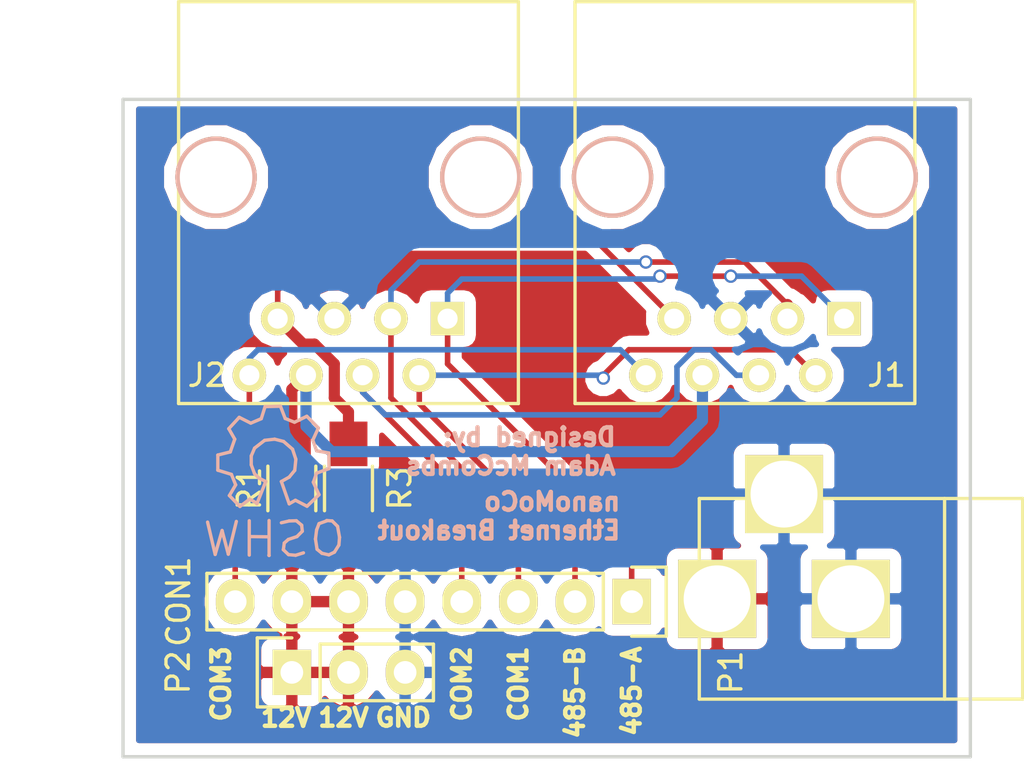
<source format=kicad_pcb>
(kicad_pcb (version 4) (host pcbnew 4.0.1-stable)

  (general
    (links 25)
    (no_connects 0)
    (area 107.924999 106.924999 146.075001 136.575001)
    (thickness 1.6)
    (drawings 14)
    (tracks 70)
    (zones 0)
    (modules 8)
    (nets 10)
  )

  (page A4)
  (layers
    (0 F.Cu signal)
    (31 B.Cu signal)
    (32 B.Adhes user)
    (33 F.Adhes user)
    (34 B.Paste user)
    (35 F.Paste user)
    (36 B.SilkS user)
    (37 F.SilkS user)
    (38 B.Mask user)
    (39 F.Mask user)
    (40 Dwgs.User user)
    (41 Cmts.User user)
    (42 Eco1.User user)
    (43 Eco2.User user)
    (44 Edge.Cuts user)
    (45 Margin user)
    (46 B.CrtYd user)
    (47 F.CrtYd user)
    (48 B.Fab user)
    (49 F.Fab user)
  )

  (setup
    (last_trace_width 0.25)
    (user_trace_width 0.5)
    (trace_clearance 0.2)
    (zone_clearance 0.508)
    (zone_45_only no)
    (trace_min 0.2)
    (segment_width 0.2)
    (edge_width 0.15)
    (via_size 0.6)
    (via_drill 0.4)
    (via_min_size 0.4)
    (via_min_drill 0.3)
    (uvia_size 0.3)
    (uvia_drill 0.1)
    (uvias_allowed no)
    (uvia_min_size 0.2)
    (uvia_min_drill 0.1)
    (pcb_text_width 0.3)
    (pcb_text_size 1.5 1.5)
    (mod_edge_width 0.15)
    (mod_text_size 1 1)
    (mod_text_width 0.15)
    (pad_size 3.50012 3.50012)
    (pad_drill 1.00076)
    (pad_to_mask_clearance 0.2)
    (aux_axis_origin 0 0)
    (visible_elements FFFFFF7F)
    (pcbplotparams
      (layerselection 0x00030_80000001)
      (usegerberextensions false)
      (excludeedgelayer true)
      (linewidth 0.100000)
      (plotframeref false)
      (viasonmask false)
      (mode 1)
      (useauxorigin false)
      (hpglpennumber 1)
      (hpglpenspeed 20)
      (hpglpendiameter 15)
      (hpglpenoverlay 2)
      (psnegative false)
      (psa4output false)
      (plotreference true)
      (plotvalue true)
      (plotinvisibletext false)
      (padsonsilk false)
      (subtractmaskfromsilk false)
      (outputformat 1)
      (mirror false)
      (drillshape 1)
      (scaleselection 1)
      (outputdirectory ""))
  )

  (net 0 "")
  (net 1 +12V)
  (net 2 GND)
  (net 3 "Net-(J1-Pad1)")
  (net 4 "Net-(J1-Pad2)")
  (net 5 "Net-(J1-Pad3)")
  (net 6 "Net-(J1-Pad4)")
  (net 7 "Net-(J1-Pad6)")
  (net 8 "Net-(J1-Pad7)")
  (net 9 "Net-(J1-Pad8)")

  (net_class Default "This is the default net class."
    (clearance 0.2)
    (trace_width 0.25)
    (via_dia 0.6)
    (via_drill 0.4)
    (uvia_dia 0.3)
    (uvia_drill 0.1)
    (add_net +12V)
    (add_net GND)
    (add_net "Net-(J1-Pad1)")
    (add_net "Net-(J1-Pad2)")
    (add_net "Net-(J1-Pad3)")
    (add_net "Net-(J1-Pad4)")
    (add_net "Net-(J1-Pad6)")
    (add_net "Net-(J1-Pad7)")
    (add_net "Net-(J1-Pad8)")
  )

  (net_class 12v ""
    (clearance 0.2)
    (trace_width 0.5)
    (via_dia 0.6)
    (via_drill 0.4)
    (uvia_dia 0.3)
    (uvia_drill 0.1)
  )

  (module Connect:RJ45_8 (layer F.Cu) (tedit 5792AD93) (tstamp 5792A1E7)
    (at 135.89 110.49 180)
    (tags RJ45)
    (path /5792B9A6)
    (fp_text reference J1 (at -6.35 -8.89 180) (layer F.SilkS)
      (effects (font (size 1 1) (thickness 0.15)))
    )
    (fp_text value RJ45 (at 0.14224 -0.1016 180) (layer F.Fab)
      (effects (font (size 1 1) (thickness 0.15)))
    )
    (fp_line (start -7.62 7.874) (end 7.62 7.874) (layer F.SilkS) (width 0.15))
    (fp_line (start 7.62 7.874) (end 7.62 -10.16) (layer F.SilkS) (width 0.15))
    (fp_line (start 7.62 -10.16) (end -7.62 -10.16) (layer F.SilkS) (width 0.15))
    (fp_line (start -7.62 -10.16) (end -7.62 7.874) (layer F.SilkS) (width 0.15))
    (pad Hole np_thru_hole circle (at 5.93852 0 180) (size 3.64998 3.64998) (drill 3.2512) (layers *.Cu *.SilkS *.Mask))
    (pad Hole np_thru_hole circle (at -5.9309 0 180) (size 3.64998 3.64998) (drill 3.2512) (layers *.Cu *.SilkS *.Mask))
    (pad 1 thru_hole rect (at -4.445 -6.35 180) (size 1.50114 1.50114) (drill 0.89916) (layers *.Cu *.Mask F.SilkS)
      (net 3 "Net-(J1-Pad1)"))
    (pad 2 thru_hole circle (at -3.175 -8.89 180) (size 1.50114 1.50114) (drill 0.89916) (layers *.Cu *.Mask F.SilkS)
      (net 4 "Net-(J1-Pad2)"))
    (pad 3 thru_hole circle (at -1.905 -6.35 180) (size 1.50114 1.50114) (drill 0.89916) (layers *.Cu *.Mask F.SilkS)
      (net 5 "Net-(J1-Pad3)"))
    (pad 4 thru_hole circle (at -0.635 -8.89 180) (size 1.50114 1.50114) (drill 0.89916) (layers *.Cu *.Mask F.SilkS)
      (net 6 "Net-(J1-Pad4)"))
    (pad 5 thru_hole circle (at 0.635 -6.35 180) (size 1.50114 1.50114) (drill 0.89916) (layers *.Cu *.Mask F.SilkS)
      (net 2 GND))
    (pad 6 thru_hole circle (at 1.905 -8.89 180) (size 1.50114 1.50114) (drill 0.89916) (layers *.Cu *.Mask F.SilkS)
      (net 7 "Net-(J1-Pad6)"))
    (pad 7 thru_hole circle (at 3.175 -6.35 180) (size 1.50114 1.50114) (drill 0.89916) (layers *.Cu *.Mask F.SilkS)
      (net 8 "Net-(J1-Pad7)"))
    (pad 8 thru_hole circle (at 4.445 -8.89 180) (size 1.50114 1.50114) (drill 0.89916) (layers *.Cu *.Mask F.SilkS)
      (net 9 "Net-(J1-Pad8)"))
    (model Connect.3dshapes/RJ45_8.wrl
      (at (xyz 0 0 0))
      (scale (xyz 0.4 0.4 0.4))
      (rotate (xyz 0 0 0))
    )
  )

  (module Connect:RJ45_8 (layer F.Cu) (tedit 5792AD89) (tstamp 5792A1F5)
    (at 118.11 110.49 180)
    (tags RJ45)
    (path /5792BA86)
    (fp_text reference J2 (at 6.35 -8.89 180) (layer F.SilkS)
      (effects (font (size 1 1) (thickness 0.15)))
    )
    (fp_text value RJ45 (at 0.14224 -0.1016 180) (layer F.Fab)
      (effects (font (size 1 1) (thickness 0.15)))
    )
    (fp_line (start -7.62 7.874) (end 7.62 7.874) (layer F.SilkS) (width 0.15))
    (fp_line (start 7.62 7.874) (end 7.62 -10.16) (layer F.SilkS) (width 0.15))
    (fp_line (start 7.62 -10.16) (end -7.62 -10.16) (layer F.SilkS) (width 0.15))
    (fp_line (start -7.62 -10.16) (end -7.62 7.874) (layer F.SilkS) (width 0.15))
    (pad Hole np_thru_hole circle (at 5.93852 0 180) (size 3.64998 3.64998) (drill 3.2512) (layers *.Cu *.SilkS *.Mask))
    (pad Hole np_thru_hole circle (at -5.9309 0 180) (size 3.64998 3.64998) (drill 3.2512) (layers *.Cu *.SilkS *.Mask))
    (pad 1 thru_hole rect (at -4.445 -6.35 180) (size 1.50114 1.50114) (drill 0.89916) (layers *.Cu *.Mask F.SilkS)
      (net 3 "Net-(J1-Pad1)"))
    (pad 2 thru_hole circle (at -3.175 -8.89 180) (size 1.50114 1.50114) (drill 0.89916) (layers *.Cu *.Mask F.SilkS)
      (net 4 "Net-(J1-Pad2)"))
    (pad 3 thru_hole circle (at -1.905 -6.35 180) (size 1.50114 1.50114) (drill 0.89916) (layers *.Cu *.Mask F.SilkS)
      (net 5 "Net-(J1-Pad3)"))
    (pad 4 thru_hole circle (at -0.635 -8.89 180) (size 1.50114 1.50114) (drill 0.89916) (layers *.Cu *.Mask F.SilkS)
      (net 6 "Net-(J1-Pad4)"))
    (pad 5 thru_hole circle (at 0.635 -6.35 180) (size 1.50114 1.50114) (drill 0.89916) (layers *.Cu *.Mask F.SilkS)
      (net 2 GND))
    (pad 6 thru_hole circle (at 1.905 -8.89 180) (size 1.50114 1.50114) (drill 0.89916) (layers *.Cu *.Mask F.SilkS)
      (net 7 "Net-(J1-Pad6)"))
    (pad 7 thru_hole circle (at 3.175 -6.35 180) (size 1.50114 1.50114) (drill 0.89916) (layers *.Cu *.Mask F.SilkS)
      (net 8 "Net-(J1-Pad7)"))
    (pad 8 thru_hole circle (at 4.445 -8.89 180) (size 1.50114 1.50114) (drill 0.89916) (layers *.Cu *.Mask F.SilkS)
      (net 9 "Net-(J1-Pad8)"))
    (model Connect.3dshapes/RJ45_8.wrl
      (at (xyz 0 0 0))
      (scale (xyz 0.4 0.4 0.4))
      (rotate (xyz 0 0 0))
    )
  )

  (module Pin_Headers:Pin_Header_Straight_1x08 (layer F.Cu) (tedit 5792ADB0) (tstamp 5792A201)
    (at 130.81 129.54 270)
    (descr "Through hole pin header")
    (tags "pin header")
    (path /5792992C)
    (fp_text reference P1 (at 3.175 -4.445 270) (layer F.SilkS)
      (effects (font (size 1 1) (thickness 0.15)))
    )
    (fp_text value CONN_01X08 (at 0 -3.1 270) (layer F.Fab)
      (effects (font (size 1 1) (thickness 0.15)))
    )
    (fp_line (start -1.75 -1.75) (end -1.75 19.55) (layer F.CrtYd) (width 0.05))
    (fp_line (start 1.75 -1.75) (end 1.75 19.55) (layer F.CrtYd) (width 0.05))
    (fp_line (start -1.75 -1.75) (end 1.75 -1.75) (layer F.CrtYd) (width 0.05))
    (fp_line (start -1.75 19.55) (end 1.75 19.55) (layer F.CrtYd) (width 0.05))
    (fp_line (start 1.27 1.27) (end 1.27 19.05) (layer F.SilkS) (width 0.15))
    (fp_line (start 1.27 19.05) (end -1.27 19.05) (layer F.SilkS) (width 0.15))
    (fp_line (start -1.27 19.05) (end -1.27 1.27) (layer F.SilkS) (width 0.15))
    (fp_line (start 1.55 -1.55) (end 1.55 0) (layer F.SilkS) (width 0.15))
    (fp_line (start 1.27 1.27) (end -1.27 1.27) (layer F.SilkS) (width 0.15))
    (fp_line (start -1.55 0) (end -1.55 -1.55) (layer F.SilkS) (width 0.15))
    (fp_line (start -1.55 -1.55) (end 1.55 -1.55) (layer F.SilkS) (width 0.15))
    (pad 1 thru_hole rect (at 0 0 270) (size 2.032 1.7272) (drill 1.016) (layers *.Cu *.Mask F.SilkS)
      (net 3 "Net-(J1-Pad1)"))
    (pad 2 thru_hole oval (at 0 2.54 270) (size 2.032 1.7272) (drill 1.016) (layers *.Cu *.Mask F.SilkS)
      (net 4 "Net-(J1-Pad2)"))
    (pad 3 thru_hole oval (at 0 5.08 270) (size 2.032 1.7272) (drill 1.016) (layers *.Cu *.Mask F.SilkS)
      (net 5 "Net-(J1-Pad3)"))
    (pad 4 thru_hole oval (at 0 7.62 270) (size 2.032 1.7272) (drill 1.016) (layers *.Cu *.Mask F.SilkS)
      (net 6 "Net-(J1-Pad4)"))
    (pad 5 thru_hole oval (at 0 10.16 270) (size 2.032 1.7272) (drill 1.016) (layers *.Cu *.Mask F.SilkS)
      (net 2 GND))
    (pad 6 thru_hole oval (at 0 12.7 270) (size 2.032 1.7272) (drill 1.016) (layers *.Cu *.Mask F.SilkS)
      (net 1 +12V))
    (pad 7 thru_hole oval (at 0 15.24 270) (size 2.032 1.7272) (drill 1.016) (layers *.Cu *.Mask F.SilkS)
      (net 1 +12V))
    (pad 8 thru_hole oval (at 0 17.78 270) (size 2.032 1.7272) (drill 1.016) (layers *.Cu *.Mask F.SilkS)
      (net 9 "Net-(J1-Pad8)"))
    (model Pin_Headers.3dshapes/Pin_Header_Straight_1x08.wrl
      (at (xyz 0 -0.35 0))
      (scale (xyz 1 1 1))
      (rotate (xyz 0 0 90))
    )
  )

  (module Resistors_SMD:R_1206_HandSoldering (layer F.Cu) (tedit 5792ADA4) (tstamp 5792A20D)
    (at 115.57 124.46 270)
    (descr "Resistor SMD 1206, hand soldering")
    (tags "resistor 1206")
    (path /5792B0A4)
    (attr smd)
    (fp_text reference R1 (at 0 1.905 270) (layer F.SilkS)
      (effects (font (size 1 1) (thickness 0.15)))
    )
    (fp_text value 0 (at 0 2.3 270) (layer F.Fab)
      (effects (font (size 1 1) (thickness 0.15)))
    )
    (fp_line (start -3.3 -1.2) (end 3.3 -1.2) (layer F.CrtYd) (width 0.05))
    (fp_line (start -3.3 1.2) (end 3.3 1.2) (layer F.CrtYd) (width 0.05))
    (fp_line (start -3.3 -1.2) (end -3.3 1.2) (layer F.CrtYd) (width 0.05))
    (fp_line (start 3.3 -1.2) (end 3.3 1.2) (layer F.CrtYd) (width 0.05))
    (fp_line (start 1 1.075) (end -1 1.075) (layer F.SilkS) (width 0.15))
    (fp_line (start -1 -1.075) (end 1 -1.075) (layer F.SilkS) (width 0.15))
    (pad 1 smd rect (at -2 0 270) (size 2 1.7) (layers F.Cu F.Paste F.Mask)
      (net 7 "Net-(J1-Pad6)"))
    (pad 2 smd rect (at 2 0 270) (size 2 1.7) (layers F.Cu F.Paste F.Mask)
      (net 1 +12V))
    (model Resistors_SMD.3dshapes/R_1206_HandSoldering.wrl
      (at (xyz 0 0 0))
      (scale (xyz 1 1 1))
      (rotate (xyz 0 0 0))
    )
  )

  (module Resistors_SMD:R_1206_HandSoldering (layer F.Cu) (tedit 5418A20D) (tstamp 5792A213)
    (at 118.11 124.46 270)
    (descr "Resistor SMD 1206, hand soldering")
    (tags "resistor 1206")
    (path /5792B105)
    (attr smd)
    (fp_text reference R3 (at 0 -2.3 270) (layer F.SilkS)
      (effects (font (size 1 1) (thickness 0.15)))
    )
    (fp_text value 0 (at 0 2.3 270) (layer F.Fab)
      (effects (font (size 1 1) (thickness 0.15)))
    )
    (fp_line (start -3.3 -1.2) (end 3.3 -1.2) (layer F.CrtYd) (width 0.05))
    (fp_line (start -3.3 1.2) (end 3.3 1.2) (layer F.CrtYd) (width 0.05))
    (fp_line (start -3.3 -1.2) (end -3.3 1.2) (layer F.CrtYd) (width 0.05))
    (fp_line (start 3.3 -1.2) (end 3.3 1.2) (layer F.CrtYd) (width 0.05))
    (fp_line (start 1 1.075) (end -1 1.075) (layer F.SilkS) (width 0.15))
    (fp_line (start -1 -1.075) (end 1 -1.075) (layer F.SilkS) (width 0.15))
    (pad 1 smd rect (at -2 0 270) (size 2 1.7) (layers F.Cu F.Paste F.Mask)
      (net 8 "Net-(J1-Pad7)"))
    (pad 2 smd rect (at 2 0 270) (size 2 1.7) (layers F.Cu F.Paste F.Mask)
      (net 1 +12V))
    (model Resistors_SMD.3dshapes/R_1206_HandSoldering.wrl
      (at (xyz 0 0 0))
      (scale (xyz 1 1 1))
      (rotate (xyz 0 0 0))
    )
  )

  (module Pin_Headers:Pin_Header_Straight_1x03 (layer F.Cu) (tedit 0) (tstamp 5792A619)
    (at 115.57 132.715 90)
    (descr "Through hole pin header")
    (tags "pin header")
    (path /5792CD46)
    (fp_text reference P2 (at 0 -5.1 90) (layer F.SilkS)
      (effects (font (size 1 1) (thickness 0.15)))
    )
    (fp_text value CONN_01X03 (at 0 -3.1 90) (layer F.Fab)
      (effects (font (size 1 1) (thickness 0.15)))
    )
    (fp_line (start -1.75 -1.75) (end -1.75 6.85) (layer F.CrtYd) (width 0.05))
    (fp_line (start 1.75 -1.75) (end 1.75 6.85) (layer F.CrtYd) (width 0.05))
    (fp_line (start -1.75 -1.75) (end 1.75 -1.75) (layer F.CrtYd) (width 0.05))
    (fp_line (start -1.75 6.85) (end 1.75 6.85) (layer F.CrtYd) (width 0.05))
    (fp_line (start -1.27 1.27) (end -1.27 6.35) (layer F.SilkS) (width 0.15))
    (fp_line (start -1.27 6.35) (end 1.27 6.35) (layer F.SilkS) (width 0.15))
    (fp_line (start 1.27 6.35) (end 1.27 1.27) (layer F.SilkS) (width 0.15))
    (fp_line (start 1.55 -1.55) (end 1.55 0) (layer F.SilkS) (width 0.15))
    (fp_line (start 1.27 1.27) (end -1.27 1.27) (layer F.SilkS) (width 0.15))
    (fp_line (start -1.55 0) (end -1.55 -1.55) (layer F.SilkS) (width 0.15))
    (fp_line (start -1.55 -1.55) (end 1.55 -1.55) (layer F.SilkS) (width 0.15))
    (pad 1 thru_hole rect (at 0 0 90) (size 2.032 1.7272) (drill 1.016) (layers *.Cu *.Mask F.SilkS)
      (net 1 +12V))
    (pad 2 thru_hole oval (at 0 2.54 90) (size 2.032 1.7272) (drill 1.016) (layers *.Cu *.Mask F.SilkS)
      (net 1 +12V))
    (pad 3 thru_hole oval (at 0 5.08 90) (size 2.032 1.7272) (drill 1.016) (layers *.Cu *.Mask F.SilkS)
      (net 2 GND))
    (model Pin_Headers.3dshapes/Pin_Header_Straight_1x03.wrl
      (at (xyz 0 -0.1 0))
      (scale (xyz 1 1 1))
      (rotate (xyz 0 0 90))
    )
  )

  (module Keyboard:BARREL_JACK (layer F.Cu) (tedit 5792B0BF) (tstamp 5792B1EB)
    (at 140.843 129.413 180)
    (descr "DC Barrel Jack")
    (tags "Power Jack")
    (path /5792A738)
    (fp_text reference CON1 (at 30.353 -0.127 270) (layer F.SilkS)
      (effects (font (size 1 1) (thickness 0.15)))
    )
    (fp_text value BARREL_JACK (at 0 -5.99948 180) (layer F.Fab)
      (effects (font (size 1 1) (thickness 0.15)))
    )
    (fp_line (start -4.0005 -4.50088) (end -4.0005 4.50088) (layer F.SilkS) (width 0.15))
    (fp_line (start -7.50062 -4.50088) (end -7.50062 4.50088) (layer F.SilkS) (width 0.15))
    (fp_line (start -7.50062 4.50088) (end 7.00024 4.50088) (layer F.SilkS) (width 0.15))
    (fp_line (start 7.00024 4.50088) (end 7.00024 -4.50088) (layer F.SilkS) (width 0.15))
    (fp_line (start 7.00024 -4.50088) (end -7.50062 -4.50088) (layer F.SilkS) (width 0.15))
    (pad 1 thru_hole rect (at 6.20014 0 180) (size 3.50012 3.50012) (drill 3) (layers *.Cu *.Mask F.SilkS)
      (net 1 +12V))
    (pad 2 thru_hole rect (at 0.20066 0 180) (size 3.50012 3.50012) (drill 3) (layers *.Cu *.Mask F.SilkS)
      (net 2 GND))
    (pad 3 thru_hole rect (at 3.2004 4.699 180) (size 3.50012 3.50012) (drill 3) (layers *.Cu *.Mask F.SilkS)
      (net 2 GND))
  )

  (module Symbols:Symbol_OSHW-Logo_SilkScreen (layer B.Cu) (tedit 5792B2B1) (tstamp 5792B26E)
    (at 114.75 123.25 180)
    (descr "Symbol, OSHW-Logo, Silk Screen,")
    (tags "Symbol, OSHW-Logo, Silk Screen,")
    (fp_text reference "" (at 0.09906 4.38912 180) (layer B.SilkS)
      (effects (font (size 1 1) (thickness 0.15)) (justify mirror))
    )
    (fp_text value Symbol_OSHW-Logo_SilkScreen (at 0.30988 -6.56082 180) (layer B.Fab)
      (effects (font (size 1 1) (thickness 0.15)) (justify mirror))
    )
    (fp_line (start 1.66878 -2.68986) (end 2.02946 -4.16052) (layer B.SilkS) (width 0.15))
    (fp_line (start 2.02946 -4.16052) (end 2.30886 -3.0988) (layer B.SilkS) (width 0.15))
    (fp_line (start 2.30886 -3.0988) (end 2.61874 -4.17068) (layer B.SilkS) (width 0.15))
    (fp_line (start 2.61874 -4.17068) (end 2.9591 -2.72034) (layer B.SilkS) (width 0.15))
    (fp_line (start 0.24892 -3.38074) (end 1.03886 -3.37058) (layer B.SilkS) (width 0.15))
    (fp_line (start 1.03886 -3.37058) (end 1.04902 -3.38074) (layer B.SilkS) (width 0.15))
    (fp_line (start 1.04902 -3.38074) (end 1.04902 -3.37058) (layer B.SilkS) (width 0.15))
    (fp_line (start 1.08966 -2.65938) (end 1.08966 -4.20116) (layer B.SilkS) (width 0.15))
    (fp_line (start 0.20066 -2.64922) (end 0.20066 -4.21894) (layer B.SilkS) (width 0.15))
    (fp_line (start 0.20066 -4.21894) (end 0.21082 -4.20878) (layer B.SilkS) (width 0.15))
    (fp_line (start -0.35052 -2.75082) (end -0.70104 -2.66954) (layer B.SilkS) (width 0.15))
    (fp_line (start -0.70104 -2.66954) (end -1.02108 -2.65938) (layer B.SilkS) (width 0.15))
    (fp_line (start -1.02108 -2.65938) (end -1.25984 -2.86004) (layer B.SilkS) (width 0.15))
    (fp_line (start -1.25984 -2.86004) (end -1.29032 -3.12928) (layer B.SilkS) (width 0.15))
    (fp_line (start -1.29032 -3.12928) (end -1.04902 -3.37058) (layer B.SilkS) (width 0.15))
    (fp_line (start -1.04902 -3.37058) (end -0.6604 -3.50012) (layer B.SilkS) (width 0.15))
    (fp_line (start -0.6604 -3.50012) (end -0.48006 -3.66014) (layer B.SilkS) (width 0.15))
    (fp_line (start -0.48006 -3.66014) (end -0.43942 -3.95986) (layer B.SilkS) (width 0.15))
    (fp_line (start -0.43942 -3.95986) (end -0.67056 -4.18084) (layer B.SilkS) (width 0.15))
    (fp_line (start -0.67056 -4.18084) (end -0.9906 -4.20878) (layer B.SilkS) (width 0.15))
    (fp_line (start -0.9906 -4.20878) (end -1.34112 -4.09956) (layer B.SilkS) (width 0.15))
    (fp_line (start -2.37998 -2.64922) (end -2.6289 -2.66954) (layer B.SilkS) (width 0.15))
    (fp_line (start -2.6289 -2.66954) (end -2.8702 -2.91084) (layer B.SilkS) (width 0.15))
    (fp_line (start -2.8702 -2.91084) (end -2.9591 -3.40106) (layer B.SilkS) (width 0.15))
    (fp_line (start -2.9591 -3.40106) (end -2.93116 -3.74904) (layer B.SilkS) (width 0.15))
    (fp_line (start -2.93116 -3.74904) (end -2.7305 -4.06908) (layer B.SilkS) (width 0.15))
    (fp_line (start -2.7305 -4.06908) (end -2.47904 -4.191) (layer B.SilkS) (width 0.15))
    (fp_line (start -2.47904 -4.191) (end -2.16916 -4.11988) (layer B.SilkS) (width 0.15))
    (fp_line (start -2.16916 -4.11988) (end -1.95072 -3.93954) (layer B.SilkS) (width 0.15))
    (fp_line (start -1.95072 -3.93954) (end -1.8796 -3.4798) (layer B.SilkS) (width 0.15))
    (fp_line (start -1.8796 -3.4798) (end -1.9304 -3.07086) (layer B.SilkS) (width 0.15))
    (fp_line (start -1.9304 -3.07086) (end -2.03962 -2.78892) (layer B.SilkS) (width 0.15))
    (fp_line (start -2.03962 -2.78892) (end -2.4003 -2.65938) (layer B.SilkS) (width 0.15))
    (fp_line (start -1.78054 -0.92964) (end -2.03962 -1.49098) (layer B.SilkS) (width 0.15))
    (fp_line (start -2.03962 -1.49098) (end -1.50114 -2.00914) (layer B.SilkS) (width 0.15))
    (fp_line (start -1.50114 -2.00914) (end -0.98044 -1.7399) (layer B.SilkS) (width 0.15))
    (fp_line (start -0.98044 -1.7399) (end -0.70104 -1.89992) (layer B.SilkS) (width 0.15))
    (fp_line (start 0.73914 -1.8796) (end 1.06934 -1.6891) (layer B.SilkS) (width 0.15))
    (fp_line (start 1.06934 -1.6891) (end 1.50876 -2.0193) (layer B.SilkS) (width 0.15))
    (fp_line (start 1.50876 -2.0193) (end 1.9812 -1.52908) (layer B.SilkS) (width 0.15))
    (fp_line (start 1.9812 -1.52908) (end 1.69926 -1.04902) (layer B.SilkS) (width 0.15))
    (fp_line (start 1.69926 -1.04902) (end 1.88976 -0.57912) (layer B.SilkS) (width 0.15))
    (fp_line (start 1.88976 -0.57912) (end 2.49936 -0.39116) (layer B.SilkS) (width 0.15))
    (fp_line (start 2.49936 -0.39116) (end 2.49936 0.28956) (layer B.SilkS) (width 0.15))
    (fp_line (start 2.49936 0.28956) (end 1.94056 0.42926) (layer B.SilkS) (width 0.15))
    (fp_line (start 1.94056 0.42926) (end 1.7399 1.00076) (layer B.SilkS) (width 0.15))
    (fp_line (start 1.7399 1.00076) (end 2.00914 1.47066) (layer B.SilkS) (width 0.15))
    (fp_line (start 2.00914 1.47066) (end 1.53924 1.9812) (layer B.SilkS) (width 0.15))
    (fp_line (start 1.53924 1.9812) (end 1.02108 1.71958) (layer B.SilkS) (width 0.15))
    (fp_line (start 1.02108 1.71958) (end 0.55118 1.92024) (layer B.SilkS) (width 0.15))
    (fp_line (start 0.55118 1.92024) (end 0.381 2.46126) (layer B.SilkS) (width 0.15))
    (fp_line (start 0.381 2.46126) (end -0.30988 2.47904) (layer B.SilkS) (width 0.15))
    (fp_line (start -0.30988 2.47904) (end -0.5207 1.9304) (layer B.SilkS) (width 0.15))
    (fp_line (start -0.5207 1.9304) (end -0.9398 1.76022) (layer B.SilkS) (width 0.15))
    (fp_line (start -0.9398 1.76022) (end -1.49098 2.02946) (layer B.SilkS) (width 0.15))
    (fp_line (start -1.49098 2.02946) (end -2.00914 1.50114) (layer B.SilkS) (width 0.15))
    (fp_line (start -2.00914 1.50114) (end -1.76022 0.96012) (layer B.SilkS) (width 0.15))
    (fp_line (start -1.76022 0.96012) (end -1.9304 0.48006) (layer B.SilkS) (width 0.15))
    (fp_line (start -1.9304 0.48006) (end -2.47904 0.381) (layer B.SilkS) (width 0.15))
    (fp_line (start -2.47904 0.381) (end -2.4892 -0.32004) (layer B.SilkS) (width 0.15))
    (fp_line (start -2.4892 -0.32004) (end -1.9304 -0.5207) (layer B.SilkS) (width 0.15))
    (fp_line (start -1.9304 -0.5207) (end -1.7907 -0.91948) (layer B.SilkS) (width 0.15))
    (fp_line (start 0.35052 -0.89916) (end 0.65024 -0.7493) (layer B.SilkS) (width 0.15))
    (fp_line (start 0.65024 -0.7493) (end 0.8509 -0.55118) (layer B.SilkS) (width 0.15))
    (fp_line (start 0.8509 -0.55118) (end 1.00076 -0.14986) (layer B.SilkS) (width 0.15))
    (fp_line (start 1.00076 -0.14986) (end 1.00076 0.24892) (layer B.SilkS) (width 0.15))
    (fp_line (start 1.00076 0.24892) (end 0.8509 0.59944) (layer B.SilkS) (width 0.15))
    (fp_line (start 0.8509 0.59944) (end 0.39878 0.94996) (layer B.SilkS) (width 0.15))
    (fp_line (start 0.39878 0.94996) (end -0.0508 1.00076) (layer B.SilkS) (width 0.15))
    (fp_line (start -0.0508 1.00076) (end -0.44958 0.89916) (layer B.SilkS) (width 0.15))
    (fp_line (start -0.44958 0.89916) (end -0.8509 0.55118) (layer B.SilkS) (width 0.15))
    (fp_line (start -0.8509 0.55118) (end -1.00076 0.09906) (layer B.SilkS) (width 0.15))
    (fp_line (start -1.00076 0.09906) (end -0.94996 -0.39878) (layer B.SilkS) (width 0.15))
    (fp_line (start -0.94996 -0.39878) (end -0.70104 -0.70104) (layer B.SilkS) (width 0.15))
    (fp_line (start -0.70104 -0.70104) (end -0.35052 -0.89916) (layer B.SilkS) (width 0.15))
    (fp_line (start -0.35052 -0.89916) (end -0.70104 -1.89992) (layer B.SilkS) (width 0.15))
    (fp_line (start 0.35052 -0.89916) (end 0.7493 -1.89992) (layer B.SilkS) (width 0.15))
  )

  (gr_text "nanoMoCo \nEthernet Breakout" (at 130.4 125.7) (layer B.SilkS)
    (effects (font (size 0.8 0.8) (thickness 0.2)) (justify left mirror))
  )
  (gr_line (start 146 107) (end 108 107) (angle 90) (layer Edge.Cuts) (width 0.15))
  (gr_line (start 146 136.5) (end 146 107) (angle 90) (layer Edge.Cuts) (width 0.15))
  (gr_line (start 108 136.5) (end 146 136.5) (angle 90) (layer Edge.Cuts) (width 0.15))
  (gr_line (start 108 107) (end 108 136.5) (angle 90) (layer Edge.Cuts) (width 0.15))
  (gr_text "Designed by:\nAdam McCombs" (at 130.2 122.8) (layer B.SilkS)
    (effects (font (size 0.8 0.8) (thickness 0.2)) (justify left mirror))
  )
  (gr_text GND (at 121.92 134.747) (layer F.SilkS)
    (effects (font (size 0.8 0.8) (thickness 0.2)) (justify right))
  )
  (gr_text 12V (at 119.126 134.747) (layer F.SilkS)
    (effects (font (size 0.8 0.8) (thickness 0.2)) (justify right))
  )
  (gr_text 12V (at 116.55 134.75) (layer F.SilkS)
    (effects (font (size 0.8 0.8) (thickness 0.2)) (justify right))
  )
  (gr_text COM3 (at 112.395 131.445 90) (layer F.SilkS)
    (effects (font (size 0.8 0.8) (thickness 0.2)) (justify right))
  )
  (gr_text COM2 (at 123.19 131.445 90) (layer F.SilkS)
    (effects (font (size 0.8 0.8) (thickness 0.2)) (justify right))
  )
  (gr_text COM1 (at 125.73 131.445 90) (layer F.SilkS)
    (effects (font (size 0.8 0.8) (thickness 0.2)) (justify right))
  )
  (gr_text 485-B (at 128.27 131.445 90) (layer F.SilkS)
    (effects (font (size 0.8 0.8) (thickness 0.2)) (justify right))
  )
  (gr_text 485-A (at 130.81 131.445 90) (layer F.SilkS)
    (effects (font (size 0.8 0.8) (thickness 0.2)) (justify right))
  )

  (segment (start 140.335 116.84) (end 138.43 114.935) (width 0.25) (layer B.Cu) (net 3))
  (segment (start 138.43 114.935) (end 135.255 114.935) (width 0.25) (layer B.Cu) (net 3) (tstamp 5792AB2E))
  (via (at 135.255 114.935) (size 0.6) (drill 0.4) (layers F.Cu B.Cu) (net 3))
  (segment (start 135.255 114.935) (end 132.08 114.935) (width 0.25) (layer F.Cu) (net 3) (tstamp 5792AB34))
  (via (at 132.08 114.935) (size 0.6) (drill 0.4) (layers F.Cu B.Cu) (net 3))
  (segment (start 132.08 114.935) (end 131.953 115.062) (width 0.25) (layer B.Cu) (net 3) (tstamp 5792AB3A))
  (segment (start 131.953 115.062) (end 123.19 115.062) (width 0.25) (layer B.Cu) (net 3) (tstamp 5792AB3B))
  (segment (start 122.555 116.84) (end 122.555 118.872) (width 0.25) (layer F.Cu) (net 3))
  (segment (start 130.81 127.127) (end 130.81 129.54) (width 0.25) (layer F.Cu) (net 3) (tstamp 5792A9A8))
  (segment (start 122.555 118.872) (end 130.81 127.127) (width 0.25) (layer F.Cu) (net 3) (tstamp 5792A9A3))
  (segment (start 122.555 116.84) (end 122.555 115.697) (width 0.25) (layer B.Cu) (net 3))
  (segment (start 122.555 115.697) (end 123.19 115.062) (width 0.25) (layer B.Cu) (net 3) (tstamp 5792A7D0))
  (segment (start 129.54 119.38) (end 129.54 119.507) (width 0.25) (layer F.Cu) (net 4))
  (segment (start 129.54 119.38) (end 130.683 118.237) (width 0.25) (layer F.Cu) (net 4) (tstamp 5792A90A))
  (segment (start 130.683 118.237) (end 137.922 118.237) (width 0.25) (layer F.Cu) (net 4) (tstamp 5792A910))
  (segment (start 139.065 119.38) (end 137.922 118.237) (width 0.25) (layer F.Cu) (net 4) (tstamp 5792A915))
  (segment (start 129.413 119.38) (end 121.285 119.38) (width 0.25) (layer B.Cu) (net 4) (tstamp 5792A99D))
  (segment (start 129.54 119.507) (end 129.413 119.38) (width 0.25) (layer B.Cu) (net 4) (tstamp 5792A99C))
  (via (at 129.54 119.507) (size 0.6) (drill 0.4) (layers F.Cu B.Cu) (net 4))
  (segment (start 121.285 119.38) (end 121.285 120.65) (width 0.25) (layer F.Cu) (net 4))
  (segment (start 128.27 126.111) (end 128.27 129.54) (width 0.25) (layer F.Cu) (net 4) (tstamp 5792A935))
  (segment (start 126.238 124.079) (end 128.27 126.111) (width 0.25) (layer F.Cu) (net 4) (tstamp 5792A933))
  (segment (start 124.714 124.079) (end 126.238 124.079) (width 0.25) (layer F.Cu) (net 4) (tstamp 5792A931))
  (segment (start 121.285 120.65) (end 124.714 124.079) (width 0.25) (layer F.Cu) (net 4) (tstamp 5792A929))
  (segment (start 135.89 114.3) (end 131.445 114.3) (width 0.25) (layer F.Cu) (net 5))
  (segment (start 120.015 115.57) (end 121.285 114.3) (width 0.25) (layer B.Cu) (net 5) (tstamp 5792A7A4))
  (segment (start 137.795 116.205) (end 135.89 114.3) (width 0.25) (layer F.Cu) (net 5) (tstamp 5792A7AD))
  (segment (start 120.015 115.57) (end 120.015 116.84) (width 0.25) (layer B.Cu) (net 5))
  (segment (start 131.445 114.3) (end 121.285 114.3) (width 0.25) (layer B.Cu) (net 5) (tstamp 5792AAF5))
  (via (at 131.445 114.3) (size 0.6) (drill 0.4) (layers F.Cu B.Cu) (net 5))
  (segment (start 120.015 116.84) (end 120.015 120.396) (width 0.25) (layer F.Cu) (net 5))
  (segment (start 125.73 126.111) (end 125.73 129.54) (width 0.25) (layer F.Cu) (net 5) (tstamp 5792A95D))
  (segment (start 120.015 120.396) (end 125.73 126.111) (width 0.25) (layer F.Cu) (net 5) (tstamp 5792A95A))
  (segment (start 137.795 116.205) (end 137.795 116.84) (width 0.5) (layer F.Cu) (net 5) (tstamp 5792A7AE))
  (segment (start 118.745 119.38) (end 118.745 120.142) (width 0.25) (layer F.Cu) (net 6))
  (segment (start 123.19 124.587) (end 123.19 129.54) (width 0.25) (layer F.Cu) (net 6) (tstamp 5792A924))
  (segment (start 118.745 120.142) (end 123.19 124.587) (width 0.25) (layer F.Cu) (net 6) (tstamp 5792A922))
  (segment (start 118.745 119.38) (end 118.745 120.142) (width 0.25) (layer B.Cu) (net 6))
  (segment (start 135.509 119.38) (end 136.525 119.38) (width 0.25) (layer B.Cu) (net 6) (tstamp 5792A8E7))
  (segment (start 134.366 118.237) (end 135.509 119.38) (width 0.25) (layer B.Cu) (net 6) (tstamp 5792A8E4))
  (segment (start 133.604 118.237) (end 134.366 118.237) (width 0.25) (layer B.Cu) (net 6) (tstamp 5792A8E1))
  (segment (start 132.842 118.999) (end 133.604 118.237) (width 0.25) (layer B.Cu) (net 6) (tstamp 5792A8DE))
  (segment (start 132.842 120.396) (end 132.842 118.999) (width 0.25) (layer B.Cu) (net 6) (tstamp 5792A8D8))
  (segment (start 132.08 121.158) (end 132.842 120.396) (width 0.25) (layer B.Cu) (net 6) (tstamp 5792A8D6))
  (segment (start 119.761 121.158) (end 132.08 121.158) (width 0.25) (layer B.Cu) (net 6) (tstamp 5792A8CF))
  (segment (start 118.745 120.142) (end 119.761 121.158) (width 0.25) (layer B.Cu) (net 6) (tstamp 5792A8CD))
  (segment (start 116.205 119.38) (end 116.205 121.666) (width 0.5) (layer B.Cu) (net 7))
  (segment (start 133.985 121.412) (end 133.985 119.38) (width 0.5) (layer B.Cu) (net 7) (tstamp 5792A876))
  (segment (start 132.588 122.809) (end 133.985 121.412) (width 0.5) (layer B.Cu) (net 7) (tstamp 5792A874))
  (segment (start 117.348 122.809) (end 132.588 122.809) (width 0.5) (layer B.Cu) (net 7) (tstamp 5792A872))
  (segment (start 116.205 121.666) (end 117.348 122.809) (width 0.5) (layer B.Cu) (net 7) (tstamp 5792A86F))
  (segment (start 116.205 119.38) (end 115.57 120.015) (width 0.5) (layer F.Cu) (net 7))
  (segment (start 115.57 120.015) (end 115.57 122.46) (width 0.5) (layer F.Cu) (net 7) (tstamp 5792A730))
  (segment (start 118.11 122.46) (end 118.11 121.031) (width 0.5) (layer F.Cu) (net 8))
  (segment (start 116.078 117.983) (end 114.935 116.84) (width 0.5) (layer F.Cu) (net 8) (tstamp 5792A858))
  (segment (start 116.586 117.983) (end 116.078 117.983) (width 0.5) (layer F.Cu) (net 8) (tstamp 5792A855))
  (segment (start 117.475 118.872) (end 116.586 117.983) (width 0.5) (layer F.Cu) (net 8) (tstamp 5792A852))
  (segment (start 117.475 120.396) (end 117.475 118.872) (width 0.5) (layer F.Cu) (net 8) (tstamp 5792A850))
  (segment (start 118.11 121.031) (end 117.475 120.396) (width 0.5) (layer F.Cu) (net 8) (tstamp 5792A84A))
  (segment (start 114.935 116.84) (end 114.935 115.57) (width 0.25) (layer F.Cu) (net 8))
  (segment (start 114.935 115.57) (end 117.348 113.157) (width 0.25) (layer F.Cu) (net 8) (tstamp 5792A771))
  (segment (start 117.348 113.157) (end 129.032 113.157) (width 0.25) (layer F.Cu) (net 8) (tstamp 5792A775))
  (segment (start 129.032 113.157) (end 132.715 116.84) (width 0.25) (layer F.Cu) (net 8) (tstamp 5792A78E))
  (segment (start 113.665 119.38) (end 113.665 118.618) (width 0.25) (layer B.Cu) (net 9))
  (segment (start 130.302 118.237) (end 131.445 119.38) (width 0.25) (layer B.Cu) (net 9) (tstamp 5792A8BC))
  (segment (start 114.046 118.237) (end 130.302 118.237) (width 0.25) (layer B.Cu) (net 9) (tstamp 5792A8B5))
  (segment (start 113.665 118.618) (end 114.046 118.237) (width 0.25) (layer B.Cu) (net 9) (tstamp 5792A8B3))
  (segment (start 113.665 119.38) (end 113.665 121.285) (width 0.25) (layer F.Cu) (net 9))
  (segment (start 113.03 121.92) (end 113.03 129.54) (width 0.25) (layer F.Cu) (net 9) (tstamp 5792A6EA))
  (segment (start 113.665 121.285) (end 113.03 121.92) (width 0.25) (layer F.Cu) (net 9) (tstamp 5792A6E9))

  (zone (net 1) (net_name +12V) (layer F.Cu) (tstamp 5792AA6A) (hatch edge 0.508)
    (connect_pads (clearance 0.508))
    (min_thickness 0.254)
    (fill yes (arc_segments 16) (thermal_gap 0.508) (thermal_bridge_width 0.508))
    (polygon
      (pts
        (xy 145.415 135.89) (xy 108.585 135.89) (xy 108.585 107.315) (xy 145.415 107.315) (xy 145.415 135.89)
      )
    )
    (filled_polygon
      (pts
        (xy 145.288 135.763) (xy 108.712 135.763) (xy 108.712 133.00075) (xy 114.0714 133.00075) (xy 114.0714 133.857309)
        (xy 114.168073 134.090698) (xy 114.346701 134.269327) (xy 114.58009 134.366) (xy 115.28425 134.366) (xy 115.443 134.20725)
        (xy 115.443 132.842) (xy 115.697 132.842) (xy 115.697 134.20725) (xy 115.85575 134.366) (xy 116.55991 134.366)
        (xy 116.793299 134.269327) (xy 116.971927 134.090698) (xy 117.053759 133.893139) (xy 117.207964 134.065732) (xy 117.735209 134.319709)
        (xy 117.750974 134.322358) (xy 117.983 134.201217) (xy 117.983 132.842) (xy 115.697 132.842) (xy 115.443 132.842)
        (xy 114.23015 132.842) (xy 114.0714 133.00075) (xy 108.712 133.00075) (xy 108.712 129.355255) (xy 111.5314 129.355255)
        (xy 111.5314 129.724745) (xy 111.645474 130.298234) (xy 111.97033 130.784415) (xy 112.456511 131.109271) (xy 113.03 131.223345)
        (xy 113.603489 131.109271) (xy 114.08967 130.784415) (xy 114.296461 130.474931) (xy 114.667964 130.890732) (xy 115.027661 131.064)
        (xy 114.58009 131.064) (xy 114.346701 131.160673) (xy 114.168073 131.339302) (xy 114.0714 131.572691) (xy 114.0714 132.42925)
        (xy 114.23015 132.588) (xy 115.443 132.588) (xy 115.443 131.22275) (xy 115.31388 131.09363) (xy 115.443 131.026217)
        (xy 115.443 129.667) (xy 115.697 129.667) (xy 115.697 131.026217) (xy 115.82612 131.09363) (xy 115.697 131.22275)
        (xy 115.697 132.588) (xy 117.983 132.588) (xy 117.983 131.228783) (xy 117.789009 131.1275) (xy 117.983 131.026217)
        (xy 117.983 129.667) (xy 115.697 129.667) (xy 115.443 129.667) (xy 115.423 129.667) (xy 115.423 129.413)
        (xy 115.443 129.413) (xy 115.443 128.053783) (xy 115.365782 128.013468) (xy 115.443 127.93625) (xy 115.443 126.587)
        (xy 115.697 126.587) (xy 115.697 127.93625) (xy 115.774218 128.013468) (xy 115.697 128.053783) (xy 115.697 129.413)
        (xy 117.983 129.413) (xy 117.983 128.053783) (xy 117.905782 128.013468) (xy 117.983 127.93625) (xy 117.983 126.587)
        (xy 115.697 126.587) (xy 115.443 126.587) (xy 114.24375 126.587) (xy 114.085 126.74575) (xy 114.085 127.586309)
        (xy 114.181673 127.819698) (xy 114.360301 127.998327) (xy 114.59369 128.095) (xy 114.86366 128.095) (xy 114.667964 128.189268)
        (xy 114.296461 128.605069) (xy 114.08967 128.295585) (xy 113.79 128.095352) (xy 113.79 125.333691) (xy 114.085 125.333691)
        (xy 114.085 126.17425) (xy 114.24375 126.333) (xy 115.443 126.333) (xy 115.443 124.98375) (xy 115.697 124.98375)
        (xy 115.697 126.333) (xy 117.983 126.333) (xy 117.983 124.98375) (xy 118.237 124.98375) (xy 118.237 126.333)
        (xy 119.43625 126.333) (xy 119.595 126.17425) (xy 119.595 125.333691) (xy 119.498327 125.100302) (xy 119.319699 124.921673)
        (xy 119.08631 124.825) (xy 118.39575 124.825) (xy 118.237 124.98375) (xy 117.983 124.98375) (xy 117.82425 124.825)
        (xy 117.13369 124.825) (xy 116.900301 124.921673) (xy 116.84 124.981974) (xy 116.779699 124.921673) (xy 116.54631 124.825)
        (xy 115.85575 124.825) (xy 115.697 124.98375) (xy 115.443 124.98375) (xy 115.28425 124.825) (xy 114.59369 124.825)
        (xy 114.360301 124.921673) (xy 114.181673 125.100302) (xy 114.085 125.333691) (xy 113.79 125.333691) (xy 113.79 122.234802)
        (xy 114.07256 121.952242) (xy 114.07256 123.46) (xy 114.116838 123.695317) (xy 114.25591 123.911441) (xy 114.46811 124.056431)
        (xy 114.72 124.10744) (xy 116.42 124.10744) (xy 116.655317 124.063162) (xy 116.842077 123.942985) (xy 117.00811 124.056431)
        (xy 117.26 124.10744) (xy 118.96 124.10744) (xy 119.195317 124.063162) (xy 119.411441 123.92409) (xy 119.556431 123.71189)
        (xy 119.60744 123.46) (xy 119.60744 122.079242) (xy 122.43 124.901802) (xy 122.43 128.095352) (xy 122.13033 128.295585)
        (xy 121.92 128.610366) (xy 121.70967 128.295585) (xy 121.223489 127.970729) (xy 120.65 127.856655) (xy 120.076511 127.970729)
        (xy 119.59033 128.295585) (xy 119.383539 128.605069) (xy 119.012036 128.189268) (xy 118.81634 128.095) (xy 119.08631 128.095)
        (xy 119.319699 127.998327) (xy 119.498327 127.819698) (xy 119.595 127.586309) (xy 119.595 126.74575) (xy 119.43625 126.587)
        (xy 118.237 126.587) (xy 118.237 127.93625) (xy 118.314218 128.013468) (xy 118.237 128.053783) (xy 118.237 129.413)
        (xy 118.257 129.413) (xy 118.257 129.667) (xy 118.237 129.667) (xy 118.237 131.026217) (xy 118.430991 131.1275)
        (xy 118.237 131.228783) (xy 118.237 132.588) (xy 118.257 132.588) (xy 118.257 132.842) (xy 118.237 132.842)
        (xy 118.237 134.201217) (xy 118.469026 134.322358) (xy 118.484791 134.319709) (xy 119.012036 134.065732) (xy 119.383539 133.649931)
        (xy 119.59033 133.959415) (xy 120.076511 134.284271) (xy 120.65 134.398345) (xy 121.223489 134.284271) (xy 121.70967 133.959415)
        (xy 122.034526 133.473234) (xy 122.1486 132.899745) (xy 122.1486 132.530255) (xy 122.034526 131.956766) (xy 121.70967 131.470585)
        (xy 121.223489 131.145729) (xy 121.131846 131.1275) (xy 121.223489 131.109271) (xy 121.70967 130.784415) (xy 121.92 130.469634)
        (xy 122.13033 130.784415) (xy 122.616511 131.109271) (xy 123.19 131.223345) (xy 123.763489 131.109271) (xy 124.24967 130.784415)
        (xy 124.46 130.469634) (xy 124.67033 130.784415) (xy 125.156511 131.109271) (xy 125.73 131.223345) (xy 126.303489 131.109271)
        (xy 126.78967 130.784415) (xy 127 130.469634) (xy 127.21033 130.784415) (xy 127.696511 131.109271) (xy 128.27 131.223345)
        (xy 128.843489 131.109271) (xy 129.32967 130.784415) (xy 129.339243 130.770087) (xy 129.343238 130.791317) (xy 129.48231 131.007441)
        (xy 129.69451 131.152431) (xy 129.9464 131.20344) (xy 131.6736 131.20344) (xy 131.908917 131.159162) (xy 132.125041 131.02009)
        (xy 132.2578 130.825791) (xy 132.2578 131.28937) (xy 132.354473 131.522759) (xy 132.533102 131.701387) (xy 132.766491 131.79806)
        (xy 134.35711 131.79806) (xy 134.51586 131.63931) (xy 134.51586 129.54) (xy 134.76986 129.54) (xy 134.76986 131.63931)
        (xy 134.92861 131.79806) (xy 136.519229 131.79806) (xy 136.752618 131.701387) (xy 136.931247 131.522759) (xy 137.02792 131.28937)
        (xy 137.02792 129.69875) (xy 136.86917 129.54) (xy 134.76986 129.54) (xy 134.51586 129.54) (xy 134.49586 129.54)
        (xy 134.49586 129.286) (xy 134.51586 129.286) (xy 134.51586 127.18669) (xy 134.76986 127.18669) (xy 134.76986 129.286)
        (xy 136.86917 129.286) (xy 137.02792 129.12725) (xy 137.02792 127.53663) (xy 136.931247 127.303241) (xy 136.752618 127.124613)
        (xy 136.72096 127.1115) (xy 138.576585 127.1115) (xy 138.440839 127.19885) (xy 138.295849 127.41105) (xy 138.24484 127.66294)
        (xy 138.24484 131.16306) (xy 138.289118 131.398377) (xy 138.42819 131.614501) (xy 138.64039 131.759491) (xy 138.89228 131.8105)
        (xy 142.3924 131.8105) (xy 142.627717 131.766222) (xy 142.843841 131.62715) (xy 142.988831 131.41495) (xy 143.03984 131.16306)
        (xy 143.03984 127.66294) (xy 142.995562 127.427623) (xy 142.85649 127.211499) (xy 142.64429 127.066509) (xy 142.3924 127.0155)
        (xy 139.708355 127.0155) (xy 139.844101 126.92815) (xy 139.989091 126.71595) (xy 140.0401 126.46406) (xy 140.0401 122.96394)
        (xy 139.995822 122.728623) (xy 139.85675 122.512499) (xy 139.64455 122.367509) (xy 139.39266 122.3165) (xy 135.89254 122.3165)
        (xy 135.657223 122.360778) (xy 135.441099 122.49985) (xy 135.296109 122.71205) (xy 135.2451 122.96394) (xy 135.2451 126.46406)
        (xy 135.289378 126.699377) (xy 135.42845 126.915501) (xy 135.59301 127.02794) (xy 134.92861 127.02794) (xy 134.76986 127.18669)
        (xy 134.51586 127.18669) (xy 134.35711 127.02794) (xy 132.766491 127.02794) (xy 132.533102 127.124613) (xy 132.354473 127.303241)
        (xy 132.2578 127.53663) (xy 132.2578 128.259215) (xy 132.13769 128.072559) (xy 131.92549 127.927569) (xy 131.6736 127.87656)
        (xy 131.57 127.87656) (xy 131.57 127.127) (xy 131.512148 126.836161) (xy 131.347401 126.589599) (xy 123.315 118.557198)
        (xy 123.315 118.236236) (xy 123.540887 118.193732) (xy 123.757011 118.05466) (xy 123.902001 117.84246) (xy 123.95301 117.59057)
        (xy 123.95301 116.08943) (xy 123.908732 115.854113) (xy 123.76966 115.637989) (xy 123.55746 115.492999) (xy 123.30557 115.44199)
        (xy 121.80443 115.44199) (xy 121.569113 115.486268) (xy 121.352989 115.62534) (xy 121.207999 115.83754) (xy 121.168211 116.034021)
        (xy 120.800887 115.666056) (xy 120.291816 115.454671) (xy 119.740602 115.45419) (xy 119.231163 115.664686) (xy 118.841056 116.054113)
        (xy 118.745025 116.285381) (xy 118.650314 116.056163) (xy 118.260887 115.666056) (xy 117.751816 115.454671) (xy 117.200602 115.45419)
        (xy 116.691163 115.664686) (xy 116.301056 116.054113) (xy 116.205025 116.285381) (xy 116.110314 116.056163) (xy 115.817232 115.76257)
        (xy 117.662802 113.917) (xy 128.717198 113.917) (xy 131.339562 116.539364) (xy 131.329671 116.563184) (xy 131.32919 117.114398)
        (xy 131.479014 117.477) (xy 130.683 117.477) (xy 130.392161 117.534852) (xy 130.145599 117.699599) (xy 129.215992 118.629206)
        (xy 129.011057 118.713883) (xy 128.747808 118.976673) (xy 128.605162 119.320201) (xy 128.604838 119.692167) (xy 128.746883 120.035943)
        (xy 129.009673 120.299192) (xy 129.353201 120.441838) (xy 129.725167 120.442162) (xy 130.068943 120.300117) (xy 130.250931 120.118446)
        (xy 130.269686 120.163837) (xy 130.659113 120.553944) (xy 131.168184 120.765329) (xy 131.719398 120.76581) (xy 132.228837 120.555314)
        (xy 132.618944 120.165887) (xy 132.714975 119.934619) (xy 132.809686 120.163837) (xy 133.199113 120.553944) (xy 133.708184 120.765329)
        (xy 134.259398 120.76581) (xy 134.768837 120.555314) (xy 135.158944 120.165887) (xy 135.254975 119.934619) (xy 135.349686 120.163837)
        (xy 135.739113 120.553944) (xy 136.248184 120.765329) (xy 136.799398 120.76581) (xy 137.308837 120.555314) (xy 137.698944 120.165887)
        (xy 137.794975 119.934619) (xy 137.889686 120.163837) (xy 138.279113 120.553944) (xy 138.788184 120.765329) (xy 139.339398 120.76581)
        (xy 139.848837 120.555314) (xy 140.238944 120.165887) (xy 140.450329 119.656816) (xy 140.45081 119.105602) (xy 140.240314 118.596163)
        (xy 139.882785 118.23801) (xy 141.08557 118.23801) (xy 141.320887 118.193732) (xy 141.537011 118.05466) (xy 141.682001 117.84246)
        (xy 141.73301 117.59057) (xy 141.73301 116.08943) (xy 141.688732 115.854113) (xy 141.54966 115.637989) (xy 141.33746 115.492999)
        (xy 141.08557 115.44199) (xy 139.58443 115.44199) (xy 139.349113 115.486268) (xy 139.132989 115.62534) (xy 138.987999 115.83754)
        (xy 138.948211 116.034021) (xy 138.580887 115.666056) (xy 138.439625 115.607399) (xy 138.42079 115.57921) (xy 138.133675 115.387367)
        (xy 138.031931 115.367129) (xy 136.427401 113.762599) (xy 136.180839 113.597852) (xy 135.89 113.54) (xy 132.007463 113.54)
        (xy 131.975327 113.507808) (xy 131.631799 113.365162) (xy 131.259833 113.364838) (xy 130.916057 113.506883) (xy 130.686171 113.736369)
        (xy 129.899748 112.949946) (xy 130.438655 112.950416) (xy 131.343132 112.576694) (xy 132.035742 111.885292) (xy 132.411042 110.981469)
        (xy 132.411045 110.977175) (xy 139.360484 110.977175) (xy 139.734206 111.881652) (xy 140.425608 112.574262) (xy 141.329431 112.949562)
        (xy 142.308075 112.950416) (xy 143.212552 112.576694) (xy 143.905162 111.885292) (xy 144.280462 110.981469) (xy 144.281316 110.002825)
        (xy 143.907594 109.098348) (xy 143.216192 108.405738) (xy 142.312369 108.030438) (xy 141.333725 108.029584) (xy 140.429248 108.403306)
        (xy 139.736638 109.094708) (xy 139.361338 109.998531) (xy 139.360484 110.977175) (xy 132.411045 110.977175) (xy 132.411896 110.002825)
        (xy 132.038174 109.098348) (xy 131.346772 108.405738) (xy 130.442949 108.030438) (xy 129.464305 108.029584) (xy 128.559828 108.403306)
        (xy 127.867218 109.094708) (xy 127.491918 109.998531) (xy 127.491064 110.977175) (xy 127.864786 111.881652) (xy 128.379235 112.397)
        (xy 125.61256 112.397) (xy 126.125162 111.885292) (xy 126.500462 110.981469) (xy 126.501316 110.002825) (xy 126.127594 109.098348)
        (xy 125.436192 108.405738) (xy 124.532369 108.030438) (xy 123.553725 108.029584) (xy 122.649248 108.403306) (xy 121.956638 109.094708)
        (xy 121.581338 109.998531) (xy 121.580484 110.977175) (xy 121.954206 111.881652) (xy 122.468655 112.397) (xy 117.348 112.397)
        (xy 117.05716 112.454852) (xy 116.810599 112.619599) (xy 114.397599 115.032599) (xy 114.232852 115.279161) (xy 114.175 115.57)
        (xy 114.175 115.654837) (xy 114.151163 115.664686) (xy 113.761056 116.054113) (xy 113.549671 116.563184) (xy 113.54919 117.114398)
        (xy 113.759686 117.623837) (xy 114.149113 118.013944) (xy 114.658184 118.225329) (xy 115.069108 118.225688) (xy 115.234472 118.391051)
        (xy 115.031056 118.594113) (xy 114.935025 118.825381) (xy 114.840314 118.596163) (xy 114.450887 118.206056) (xy 113.941816 117.994671)
        (xy 113.390602 117.99419) (xy 112.881163 118.204686) (xy 112.491056 118.594113) (xy 112.279671 119.103184) (xy 112.27919 119.654398)
        (xy 112.489686 120.163837) (xy 112.879113 120.553944) (xy 112.905 120.564693) (xy 112.905 120.970198) (xy 112.492599 121.382599)
        (xy 112.327852 121.629161) (xy 112.27 121.92) (xy 112.27 128.095352) (xy 111.97033 128.295585) (xy 111.645474 128.781766)
        (xy 111.5314 129.355255) (xy 108.712 129.355255) (xy 108.712 110.977175) (xy 109.711064 110.977175) (xy 110.084786 111.881652)
        (xy 110.776188 112.574262) (xy 111.680011 112.949562) (xy 112.658655 112.950416) (xy 113.563132 112.576694) (xy 114.255742 111.885292)
        (xy 114.631042 110.981469) (xy 114.631896 110.002825) (xy 114.258174 109.098348) (xy 113.566772 108.405738) (xy 112.662949 108.030438)
        (xy 111.684305 108.029584) (xy 110.779828 108.403306) (xy 110.087218 109.094708) (xy 109.711918 109.998531) (xy 109.711064 110.977175)
        (xy 108.712 110.977175) (xy 108.712 107.442) (xy 145.288 107.442)
      )
    )
  )
  (zone (net 2) (net_name GND) (layer B.Cu) (tstamp 5792AA6A) (hatch edge 0.508)
    (connect_pads (clearance 0.508))
    (min_thickness 0.254)
    (fill yes (arc_segments 16) (thermal_gap 0.508) (thermal_bridge_width 0.508))
    (polygon
      (pts
        (xy 145.415 135.89) (xy 108.585 135.89) (xy 108.585 107.315) (xy 145.415 107.315) (xy 145.415 135.89)
      )
    )
    (filled_polygon
      (pts
        (xy 145.288 135.763) (xy 108.712 135.763) (xy 108.712 129.355255) (xy 111.5314 129.355255) (xy 111.5314 129.724745)
        (xy 111.645474 130.298234) (xy 111.97033 130.784415) (xy 112.456511 131.109271) (xy 113.03 131.223345) (xy 113.603489 131.109271)
        (xy 114.08967 130.784415) (xy 114.3 130.469634) (xy 114.51033 130.784415) (xy 114.91014 131.05156) (xy 114.7064 131.05156)
        (xy 114.471083 131.095838) (xy 114.254959 131.23491) (xy 114.109969 131.44711) (xy 114.05896 131.699) (xy 114.05896 133.731)
        (xy 114.103238 133.966317) (xy 114.24231 134.182441) (xy 114.45451 134.327431) (xy 114.7064 134.37844) (xy 116.4336 134.37844)
        (xy 116.668917 134.334162) (xy 116.885041 134.19509) (xy 117.030031 133.98289) (xy 117.0384 133.941561) (xy 117.05033 133.959415)
        (xy 117.536511 134.284271) (xy 118.11 134.398345) (xy 118.683489 134.284271) (xy 119.16967 133.959415) (xy 119.376461 133.649931)
        (xy 119.747964 134.065732) (xy 120.275209 134.319709) (xy 120.290974 134.322358) (xy 120.523 134.201217) (xy 120.523 132.842)
        (xy 120.777 132.842) (xy 120.777 134.201217) (xy 121.009026 134.322358) (xy 121.024791 134.319709) (xy 121.552036 134.065732)
        (xy 121.941954 133.62932) (xy 122.135184 133.076913) (xy 121.990924 132.842) (xy 120.777 132.842) (xy 120.523 132.842)
        (xy 120.503 132.842) (xy 120.503 132.588) (xy 120.523 132.588) (xy 120.523 131.228783) (xy 120.329009 131.1275)
        (xy 120.523 131.026217) (xy 120.523 129.667) (xy 120.503 129.667) (xy 120.503 129.413) (xy 120.523 129.413)
        (xy 120.523 128.053783) (xy 120.777 128.053783) (xy 120.777 129.413) (xy 120.797 129.413) (xy 120.797 129.667)
        (xy 120.777 129.667) (xy 120.777 131.026217) (xy 120.970991 131.1275) (xy 120.777 131.228783) (xy 120.777 132.588)
        (xy 121.990924 132.588) (xy 122.135184 132.353087) (xy 121.941954 131.80068) (xy 121.552036 131.364268) (xy 121.060516 131.1275)
        (xy 121.552036 130.890732) (xy 121.923539 130.474931) (xy 122.13033 130.784415) (xy 122.616511 131.109271) (xy 123.19 131.223345)
        (xy 123.763489 131.109271) (xy 124.24967 130.784415) (xy 124.46 130.469634) (xy 124.67033 130.784415) (xy 125.156511 131.109271)
        (xy 125.73 131.223345) (xy 126.303489 131.109271) (xy 126.78967 130.784415) (xy 127 130.469634) (xy 127.21033 130.784415)
        (xy 127.696511 131.109271) (xy 128.27 131.223345) (xy 128.843489 131.109271) (xy 129.32967 130.784415) (xy 129.339243 130.770087)
        (xy 129.343238 130.791317) (xy 129.48231 131.007441) (xy 129.69451 131.152431) (xy 129.9464 131.20344) (xy 131.6736 131.20344)
        (xy 131.908917 131.159162) (xy 132.125041 131.02009) (xy 132.24536 130.843997) (xy 132.24536 131.16306) (xy 132.289638 131.398377)
        (xy 132.42871 131.614501) (xy 132.64091 131.759491) (xy 132.8928 131.8105) (xy 136.39292 131.8105) (xy 136.628237 131.766222)
        (xy 136.844361 131.62715) (xy 136.989351 131.41495) (xy 137.04036 131.16306) (xy 137.04036 129.69875) (xy 138.25728 129.69875)
        (xy 138.25728 131.28937) (xy 138.353953 131.522759) (xy 138.532582 131.701387) (xy 138.765971 131.79806) (xy 140.35659 131.79806)
        (xy 140.51534 131.63931) (xy 140.51534 129.54) (xy 140.76934 129.54) (xy 140.76934 131.63931) (xy 140.92809 131.79806)
        (xy 142.518709 131.79806) (xy 142.752098 131.701387) (xy 142.930727 131.522759) (xy 143.0274 131.28937) (xy 143.0274 129.69875)
        (xy 142.86865 129.54) (xy 140.76934 129.54) (xy 140.51534 129.54) (xy 138.41603 129.54) (xy 138.25728 129.69875)
        (xy 137.04036 129.69875) (xy 137.04036 127.66294) (xy 136.996082 127.427623) (xy 136.85701 127.211499) (xy 136.69245 127.09906)
        (xy 137.35685 127.09906) (xy 137.5156 126.94031) (xy 137.5156 124.841) (xy 137.7696 124.841) (xy 137.7696 126.94031)
        (xy 137.92835 127.09906) (xy 138.594272 127.09906) (xy 138.532582 127.124613) (xy 138.353953 127.303241) (xy 138.25728 127.53663)
        (xy 138.25728 129.12725) (xy 138.41603 129.286) (xy 140.51534 129.286) (xy 140.51534 127.18669) (xy 140.76934 127.18669)
        (xy 140.76934 129.286) (xy 142.86865 129.286) (xy 143.0274 129.12725) (xy 143.0274 127.53663) (xy 142.930727 127.303241)
        (xy 142.752098 127.124613) (xy 142.518709 127.02794) (xy 140.92809 127.02794) (xy 140.76934 127.18669) (xy 140.51534 127.18669)
        (xy 140.35659 127.02794) (xy 139.690668 127.02794) (xy 139.752358 127.002387) (xy 139.930987 126.823759) (xy 140.02766 126.59037)
        (xy 140.02766 124.99975) (xy 139.86891 124.841) (xy 137.7696 124.841) (xy 137.5156 124.841) (xy 135.41629 124.841)
        (xy 135.25754 124.99975) (xy 135.25754 126.59037) (xy 135.354213 126.823759) (xy 135.532842 127.002387) (xy 135.5645 127.0155)
        (xy 132.8928 127.0155) (xy 132.657483 127.059778) (xy 132.441359 127.19885) (xy 132.296369 127.41105) (xy 132.24536 127.66294)
        (xy 132.24536 128.239883) (xy 132.13769 128.072559) (xy 131.92549 127.927569) (xy 131.6736 127.87656) (xy 129.9464 127.87656)
        (xy 129.711083 127.920838) (xy 129.494959 128.05991) (xy 129.349969 128.27211) (xy 129.3416 128.313439) (xy 129.32967 128.295585)
        (xy 128.843489 127.970729) (xy 128.27 127.856655) (xy 127.696511 127.970729) (xy 127.21033 128.295585) (xy 127 128.610366)
        (xy 126.78967 128.295585) (xy 126.303489 127.970729) (xy 125.73 127.856655) (xy 125.156511 127.970729) (xy 124.67033 128.295585)
        (xy 124.46 128.610366) (xy 124.24967 128.295585) (xy 123.763489 127.970729) (xy 123.19 127.856655) (xy 122.616511 127.970729)
        (xy 122.13033 128.295585) (xy 121.923539 128.605069) (xy 121.552036 128.189268) (xy 121.024791 127.935291) (xy 121.009026 127.932642)
        (xy 120.777 128.053783) (xy 120.523 128.053783) (xy 120.290974 127.932642) (xy 120.275209 127.935291) (xy 119.747964 128.189268)
        (xy 119.376461 128.605069) (xy 119.16967 128.295585) (xy 118.683489 127.970729) (xy 118.11 127.856655) (xy 117.536511 127.970729)
        (xy 117.05033 128.295585) (xy 116.84 128.610366) (xy 116.62967 128.295585) (xy 116.143489 127.970729) (xy 115.57 127.856655)
        (xy 114.996511 127.970729) (xy 114.51033 128.295585) (xy 114.3 128.610366) (xy 114.08967 128.295585) (xy 113.603489 127.970729)
        (xy 113.03 127.856655) (xy 112.456511 127.970729) (xy 111.97033 128.295585) (xy 111.645474 128.781766) (xy 111.5314 129.355255)
        (xy 108.712 129.355255) (xy 108.712 119.654398) (xy 112.27919 119.654398) (xy 112.489686 120.163837) (xy 112.879113 120.553944)
        (xy 113.388184 120.765329) (xy 113.939398 120.76581) (xy 114.448837 120.555314) (xy 114.838944 120.165887) (xy 114.934975 119.934619)
        (xy 115.029686 120.163837) (xy 115.32 120.454658) (xy 115.32 121.665995) (xy 115.319999 121.666) (xy 115.370126 121.918)
        (xy 115.387367 122.004675) (xy 115.409494 122.03779) (xy 115.57921 122.29179) (xy 116.722208 123.434787) (xy 116.72221 123.43479)
        (xy 117.009325 123.626633) (xy 117.348 123.694001) (xy 117.348005 123.694) (xy 132.587995 123.694) (xy 132.588 123.694001)
        (xy 132.870484 123.63781) (xy 132.926675 123.626633) (xy 133.21379 123.43479) (xy 133.213791 123.434789) (xy 133.810949 122.83763)
        (xy 135.25754 122.83763) (xy 135.25754 124.42825) (xy 135.41629 124.587) (xy 137.5156 124.587) (xy 137.5156 122.48769)
        (xy 137.7696 122.48769) (xy 137.7696 124.587) (xy 139.86891 124.587) (xy 140.02766 124.42825) (xy 140.02766 122.83763)
        (xy 139.930987 122.604241) (xy 139.752358 122.425613) (xy 139.518969 122.32894) (xy 137.92835 122.32894) (xy 137.7696 122.48769)
        (xy 137.5156 122.48769) (xy 137.35685 122.32894) (xy 135.766231 122.32894) (xy 135.532842 122.425613) (xy 135.354213 122.604241)
        (xy 135.25754 122.83763) (xy 133.810949 122.83763) (xy 134.610787 122.037792) (xy 134.61079 122.03779) (xy 134.802633 121.750675)
        (xy 134.87 121.412) (xy 134.87 120.454327) (xy 135.158944 120.165887) (xy 135.199025 120.069362) (xy 135.218161 120.082148)
        (xy 135.324688 120.103338) (xy 135.349686 120.163837) (xy 135.739113 120.553944) (xy 136.248184 120.765329) (xy 136.799398 120.76581)
        (xy 137.308837 120.555314) (xy 137.698944 120.165887) (xy 137.794975 119.934619) (xy 137.889686 120.163837) (xy 138.279113 120.553944)
        (xy 138.788184 120.765329) (xy 139.339398 120.76581) (xy 139.848837 120.555314) (xy 140.238944 120.165887) (xy 140.450329 119.656816)
        (xy 140.45081 119.105602) (xy 140.240314 118.596163) (xy 139.882785 118.23801) (xy 141.08557 118.23801) (xy 141.320887 118.193732)
        (xy 141.537011 118.05466) (xy 141.682001 117.84246) (xy 141.73301 117.59057) (xy 141.73301 116.08943) (xy 141.688732 115.854113)
        (xy 141.54966 115.637989) (xy 141.33746 115.492999) (xy 141.08557 115.44199) (xy 140.011792 115.44199) (xy 138.967401 114.397599)
        (xy 138.720839 114.232852) (xy 138.43 114.175) (xy 135.817463 114.175) (xy 135.785327 114.142808) (xy 135.441799 114.000162)
        (xy 135.069833 113.999838) (xy 134.726057 114.141883) (xy 134.462808 114.404673) (xy 134.320162 114.748201) (xy 134.319838 115.120167)
        (xy 134.461883 115.463943) (xy 134.59723 115.599526) (xy 134.530735 115.627069) (xy 134.462675 115.86807) (xy 135.255 116.660395)
        (xy 136.047325 115.86807) (xy 135.998449 115.695) (xy 136.980796 115.695) (xy 136.621056 116.054113) (xy 136.531621 116.269496)
        (xy 136.467931 116.115735) (xy 136.22693 116.047675) (xy 135.434605 116.84) (xy 136.22693 117.632325) (xy 136.467931 117.564265)
        (xy 136.526769 117.39896) (xy 136.619686 117.623837) (xy 137.009113 118.013944) (xy 137.518184 118.225329) (xy 138.069398 118.22581)
        (xy 138.578837 118.015314) (xy 138.947637 117.647156) (xy 138.981268 117.825887) (xy 139.089736 117.994451) (xy 138.790602 117.99419)
        (xy 138.281163 118.204686) (xy 137.891056 118.594113) (xy 137.795025 118.825381) (xy 137.700314 118.596163) (xy 137.310887 118.206056)
        (xy 136.801816 117.994671) (xy 136.250602 117.99419) (xy 135.741163 118.204686) (xy 135.57468 118.370878) (xy 135.422643 118.218841)
        (xy 135.600538 118.209805) (xy 135.979265 118.052931) (xy 136.047325 117.81193) (xy 135.255 117.019605) (xy 135.240858 117.033748)
        (xy 135.061253 116.854143) (xy 135.075395 116.84) (xy 134.28307 116.047675) (xy 134.042069 116.115735) (xy 133.983231 116.28104)
        (xy 133.890314 116.056163) (xy 133.500887 115.666056) (xy 132.991816 115.454671) (xy 132.876659 115.454571) (xy 133.014838 115.121799)
        (xy 133.015162 114.749833) (xy 132.873117 114.406057) (xy 132.610327 114.142808) (xy 132.346446 114.033235) (xy 132.238117 113.771057)
        (xy 131.975327 113.507808) (xy 131.631799 113.365162) (xy 131.259833 113.364838) (xy 130.916057 113.506883) (xy 130.882882 113.54)
        (xy 121.285 113.54) (xy 120.99416 113.597852) (xy 120.747599 113.762599) (xy 119.477599 115.032599) (xy 119.312852 115.279161)
        (xy 119.255 115.57) (xy 119.255 115.654837) (xy 119.231163 115.664686) (xy 118.841056 116.054113) (xy 118.751621 116.269496)
        (xy 118.687931 116.115735) (xy 118.44693 116.047675) (xy 117.654605 116.84) (xy 117.668748 116.854143) (xy 117.489143 117.033748)
        (xy 117.475 117.019605) (xy 117.460858 117.033748) (xy 117.281253 116.854143) (xy 117.295395 116.84) (xy 116.50307 116.047675)
        (xy 116.262069 116.115735) (xy 116.203231 116.28104) (xy 116.110314 116.056163) (xy 115.922549 115.86807) (xy 116.682675 115.86807)
        (xy 117.475 116.660395) (xy 118.267325 115.86807) (xy 118.199265 115.627069) (xy 117.679966 115.442233) (xy 117.129462 115.470195)
        (xy 116.750735 115.627069) (xy 116.682675 115.86807) (xy 115.922549 115.86807) (xy 115.720887 115.666056) (xy 115.211816 115.454671)
        (xy 114.660602 115.45419) (xy 114.151163 115.664686) (xy 113.761056 116.054113) (xy 113.549671 116.563184) (xy 113.54919 117.114398)
        (xy 113.729894 117.551734) (xy 113.508599 117.699599) (xy 113.127599 118.080599) (xy 113.107051 118.111351) (xy 112.881163 118.204686)
        (xy 112.491056 118.594113) (xy 112.279671 119.103184) (xy 112.27919 119.654398) (xy 108.712 119.654398) (xy 108.712 110.977175)
        (xy 109.711064 110.977175) (xy 110.084786 111.881652) (xy 110.776188 112.574262) (xy 111.680011 112.949562) (xy 112.658655 112.950416)
        (xy 113.563132 112.576694) (xy 114.255742 111.885292) (xy 114.631042 110.981469) (xy 114.631045 110.977175) (xy 121.580484 110.977175)
        (xy 121.954206 111.881652) (xy 122.645608 112.574262) (xy 123.549431 112.949562) (xy 124.528075 112.950416) (xy 125.432552 112.576694)
        (xy 126.125162 111.885292) (xy 126.500462 110.981469) (xy 126.500465 110.977175) (xy 127.491064 110.977175) (xy 127.864786 111.881652)
        (xy 128.556188 112.574262) (xy 129.460011 112.949562) (xy 130.438655 112.950416) (xy 131.343132 112.576694) (xy 132.035742 111.885292)
        (xy 132.411042 110.981469) (xy 132.411045 110.977175) (xy 139.360484 110.977175) (xy 139.734206 111.881652) (xy 140.425608 112.574262)
        (xy 141.329431 112.949562) (xy 142.308075 112.950416) (xy 143.212552 112.576694) (xy 143.905162 111.885292) (xy 144.280462 110.981469)
        (xy 144.281316 110.002825) (xy 143.907594 109.098348) (xy 143.216192 108.405738) (xy 142.312369 108.030438) (xy 141.333725 108.029584)
        (xy 140.429248 108.403306) (xy 139.736638 109.094708) (xy 139.361338 109.998531) (xy 139.360484 110.977175) (xy 132.411045 110.977175)
        (xy 132.411896 110.002825) (xy 132.038174 109.098348) (xy 131.346772 108.405738) (xy 130.442949 108.030438) (xy 129.464305 108.029584)
        (xy 128.559828 108.403306) (xy 127.867218 109.094708) (xy 127.491918 109.998531) (xy 127.491064 110.977175) (xy 126.500465 110.977175)
        (xy 126.501316 110.002825) (xy 126.127594 109.098348) (xy 125.436192 108.405738) (xy 124.532369 108.030438) (xy 123.553725 108.029584)
        (xy 122.649248 108.403306) (xy 121.956638 109.094708) (xy 121.581338 109.998531) (xy 121.580484 110.977175) (xy 114.631045 110.977175)
        (xy 114.631896 110.002825) (xy 114.258174 109.098348) (xy 113.566772 108.405738) (xy 112.662949 108.030438) (xy 111.684305 108.029584)
        (xy 110.779828 108.403306) (xy 110.087218 109.094708) (xy 109.711918 109.998531) (xy 109.711064 110.977175) (xy 108.712 110.977175)
        (xy 108.712 107.442) (xy 145.288 107.442)
      )
    )
  )
)

</source>
